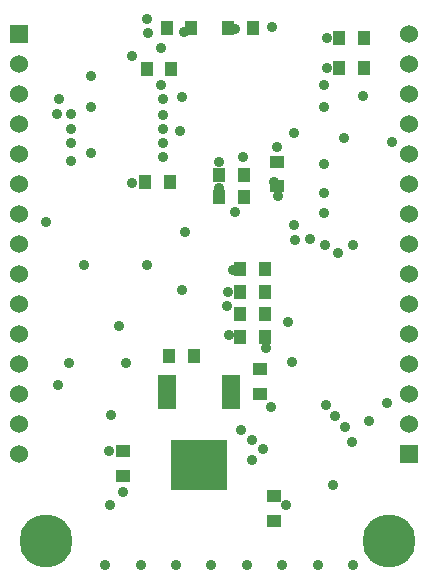
<source format=gbs>
G04 (created by PCBNEW (2013-07-07 BZR 4022)-stable) date 2015/10/26 20:25:39*
%MOIN*%
G04 Gerber Fmt 3.4, Leading zero omitted, Abs format*
%FSLAX34Y34*%
G01*
G70*
G90*
G04 APERTURE LIST*
%ADD10C,0.00590551*%
%ADD11R,0.0629921X0.11811*%
%ADD12R,0.19X0.165*%
%ADD13R,0.06X0.06*%
%ADD14C,0.06*%
%ADD15R,0.0393701X0.045*%
%ADD16R,0.045X0.0393701*%
%ADD17C,0.177165*%
%ADD18C,0.035*%
G04 APERTURE END LIST*
G54D10*
G54D11*
X22942Y-24959D03*
X25057Y-24959D03*
G54D12*
X24000Y-27375D03*
G54D13*
X31000Y-27000D03*
G54D14*
X31000Y-26000D03*
X31000Y-25000D03*
X31000Y-24000D03*
X31000Y-23000D03*
X31000Y-22000D03*
X31000Y-21000D03*
X31000Y-20000D03*
X31000Y-19000D03*
X31000Y-18000D03*
X31000Y-17000D03*
X31000Y-16000D03*
X31000Y-15000D03*
X31000Y-14000D03*
X31000Y-13000D03*
G54D13*
X18000Y-13000D03*
G54D14*
X18000Y-14000D03*
X18000Y-15000D03*
X18000Y-16000D03*
X18000Y-17000D03*
X18000Y-18000D03*
X18000Y-19000D03*
X18000Y-20000D03*
X18000Y-21000D03*
X18000Y-22000D03*
X18000Y-23000D03*
X18000Y-24000D03*
X18000Y-25000D03*
X18000Y-26000D03*
X18000Y-27000D03*
G54D15*
X29488Y-14133D03*
X28661Y-14133D03*
X26193Y-21600D03*
X25366Y-21600D03*
X22204Y-17952D03*
X23031Y-17952D03*
X22244Y-14173D03*
X23070Y-14173D03*
X29488Y-13149D03*
X28661Y-13149D03*
X23743Y-12800D03*
X22916Y-12800D03*
X24956Y-12800D03*
X25783Y-12800D03*
G54D16*
X26496Y-28425D03*
X26496Y-29251D03*
G54D15*
X26193Y-20850D03*
X25366Y-20850D03*
X26193Y-22350D03*
X25366Y-22350D03*
X26193Y-23100D03*
X25366Y-23100D03*
G54D16*
X21450Y-27743D03*
X21450Y-26916D03*
X26600Y-18093D03*
X26600Y-17266D03*
G54D15*
X24656Y-17700D03*
X25483Y-17700D03*
X24656Y-18450D03*
X25483Y-18450D03*
G54D16*
X26023Y-25000D03*
X26023Y-24173D03*
G54D15*
X22992Y-23740D03*
X23818Y-23740D03*
G54D17*
X30314Y-29921D03*
X18897Y-29921D03*
G54D18*
X29645Y-25905D03*
X21456Y-28267D03*
X25196Y-12834D03*
X26377Y-25433D03*
X26220Y-23464D03*
X26889Y-28700D03*
X29448Y-15078D03*
X23503Y-12952D03*
X24645Y-18149D03*
X26614Y-18425D03*
X24656Y-17294D03*
X26496Y-17952D03*
X27204Y-19881D03*
X27677Y-19842D03*
X28188Y-20039D03*
X28149Y-18307D03*
X28149Y-17362D03*
X27165Y-19370D03*
X19291Y-24724D03*
X22244Y-12519D03*
X22283Y-12992D03*
X19645Y-23976D03*
X19330Y-15196D03*
X22795Y-15196D03*
X22795Y-15708D03*
X19724Y-15669D03*
X25748Y-26535D03*
X28543Y-25748D03*
X28858Y-26102D03*
X26141Y-26850D03*
X25748Y-27204D03*
X29094Y-26614D03*
X28818Y-16496D03*
X28149Y-18976D03*
X28622Y-20314D03*
X30275Y-25314D03*
X22795Y-16181D03*
X19724Y-16181D03*
X22716Y-13464D03*
X22716Y-14724D03*
X22795Y-16653D03*
X19724Y-16653D03*
X22795Y-17125D03*
X19724Y-17244D03*
X28228Y-25393D03*
X25393Y-26220D03*
X27165Y-16299D03*
X30433Y-16614D03*
X23346Y-16259D03*
X22244Y-20708D03*
X19251Y-15669D03*
X20157Y-20708D03*
X29133Y-20039D03*
X29133Y-30708D03*
X27952Y-30708D03*
X26771Y-30708D03*
X25590Y-30708D03*
X24409Y-30708D03*
X23228Y-30708D03*
X22047Y-30708D03*
X20866Y-30708D03*
X20393Y-15433D03*
X20393Y-16968D03*
X20393Y-14409D03*
X28149Y-15433D03*
X28149Y-14724D03*
X25196Y-18937D03*
X25472Y-17125D03*
X26417Y-12795D03*
X18897Y-19291D03*
X28464Y-28031D03*
X23543Y-19606D03*
X23425Y-21535D03*
X27086Y-23937D03*
X23425Y-15118D03*
X26968Y-22598D03*
X21062Y-25708D03*
X21023Y-28700D03*
X26600Y-16796D03*
X21338Y-22755D03*
X21574Y-23976D03*
X20984Y-26929D03*
X28267Y-14133D03*
X28267Y-13149D03*
X24960Y-21614D03*
X24921Y-22086D03*
X25000Y-23031D03*
X21771Y-13740D03*
X21771Y-17992D03*
X25118Y-20866D03*
M02*

</source>
